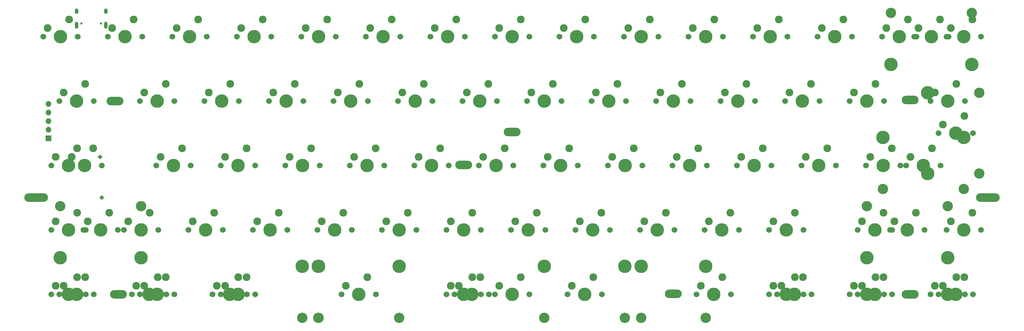
<source format=gbr>
G04 #@! TF.GenerationSoftware,KiCad,Pcbnew,(6.0.7)*
G04 #@! TF.CreationDate,2022-09-06T15:46:34+02:00*
G04 #@! TF.ProjectId,plain60-flex-edition,706c6169-6e36-4302-9d66-6c65782d6564,rev?*
G04 #@! TF.SameCoordinates,Original*
G04 #@! TF.FileFunction,Soldermask,Top*
G04 #@! TF.FilePolarity,Negative*
%FSLAX46Y46*%
G04 Gerber Fmt 4.6, Leading zero omitted, Abs format (unit mm)*
G04 Created by KiCad (PCBNEW (6.0.7)) date 2022-09-06 15:46:34*
%MOMM*%
%LPD*%
G01*
G04 APERTURE LIST*
G04 Aperture macros list*
%AMRotRect*
0 Rectangle, with rotation*
0 The origin of the aperture is its center*
0 $1 length*
0 $2 width*
0 $3 Rotation angle, in degrees counterclockwise*
0 Add horizontal line*
21,1,$1,$2,0,0,$3*%
G04 Aperture macros list end*
%ADD10C,1.701800*%
%ADD11C,3.987800*%
%ADD12C,2.286000*%
%ADD13C,3.048000*%
%ADD14O,7.000000X2.500000*%
%ADD15O,5.000000X2.500000*%
%ADD16RotRect,1.000000X1.000000X45.000000*%
%ADD17R,1.700000X1.700000*%
%ADD18O,1.700000X1.700000*%
%ADD19C,0.650000*%
%ADD20O,1.000000X1.600000*%
%ADD21O,1.000000X2.100000*%
G04 APERTURE END LIST*
D10*
X71120000Y-28575000D03*
X81280000Y-28575000D03*
D11*
X76200000Y-28575000D03*
D12*
X78740000Y-23495000D03*
X72390000Y-26035000D03*
D10*
X90170000Y-28575000D03*
X100330000Y-28575000D03*
D11*
X95250000Y-28575000D03*
D12*
X97790000Y-23495000D03*
X91440000Y-26035000D03*
D10*
X157480000Y-28575000D03*
X147320000Y-28575000D03*
D11*
X152400000Y-28575000D03*
D12*
X154940000Y-23495000D03*
X148590000Y-26035000D03*
D11*
X171450000Y-28575000D03*
D10*
X176530000Y-28575000D03*
X166370000Y-28575000D03*
D12*
X173990000Y-23495000D03*
X167640000Y-26035000D03*
D11*
X38100000Y-28575000D03*
D10*
X33020000Y-28575000D03*
X43180000Y-28575000D03*
D12*
X40640000Y-23495000D03*
X34290000Y-26035000D03*
D10*
X128270000Y-28575000D03*
X138430000Y-28575000D03*
D11*
X133350000Y-28575000D03*
D12*
X135890000Y-23495000D03*
X129540000Y-26035000D03*
D11*
X114300000Y-28575000D03*
D10*
X109220000Y-28575000D03*
X119380000Y-28575000D03*
D12*
X116840000Y-23495000D03*
X110490000Y-26035000D03*
D10*
X52070000Y-28575000D03*
X62230000Y-28575000D03*
D11*
X57150000Y-28575000D03*
D12*
X59690000Y-23495000D03*
X53340000Y-26035000D03*
D11*
X14287500Y-28575000D03*
D10*
X9207500Y-28575000D03*
X19367500Y-28575000D03*
D12*
X16827500Y-23495000D03*
X10477500Y-26035000D03*
D13*
X254762000Y-2540000D03*
D11*
X266700000Y-9525000D03*
D13*
X278638000Y-2540000D03*
D10*
X261620000Y-9525000D03*
D11*
X278638000Y-17780000D03*
X254762000Y-17780000D03*
D10*
X271780000Y-9525000D03*
D12*
X269240000Y-4445000D03*
X262890000Y-6985000D03*
D10*
X147955000Y-9525000D03*
X137795000Y-9525000D03*
D11*
X142875000Y-9525000D03*
D12*
X145415000Y-4445000D03*
X139065000Y-6985000D03*
D10*
X186055000Y-9525000D03*
X175895000Y-9525000D03*
D11*
X180975000Y-9525000D03*
D12*
X183515000Y-4445000D03*
X177165000Y-6985000D03*
D11*
X257175000Y-9525000D03*
D10*
X252095000Y-9525000D03*
X262255000Y-9525000D03*
D12*
X259715000Y-4445000D03*
X253365000Y-6985000D03*
D10*
X80645000Y-9525000D03*
D11*
X85725000Y-9525000D03*
D10*
X90805000Y-9525000D03*
D12*
X88265000Y-4445000D03*
X81915000Y-6985000D03*
D10*
X233045000Y-9525000D03*
D11*
X238125000Y-9525000D03*
D10*
X243205000Y-9525000D03*
D12*
X240665000Y-4445000D03*
X234315000Y-6985000D03*
D11*
X219075000Y-9525000D03*
D10*
X224155000Y-9525000D03*
X213995000Y-9525000D03*
D12*
X221615000Y-4445000D03*
X215265000Y-6985000D03*
D10*
X205105000Y-9525000D03*
D11*
X200025000Y-9525000D03*
D10*
X194945000Y-9525000D03*
D12*
X202565000Y-4445000D03*
X196215000Y-6985000D03*
D10*
X167005000Y-9525000D03*
X156845000Y-9525000D03*
D11*
X161925000Y-9525000D03*
D12*
X164465000Y-4445000D03*
X158115000Y-6985000D03*
D10*
X128905000Y-9525000D03*
D11*
X123825000Y-9525000D03*
D10*
X118745000Y-9525000D03*
D12*
X126365000Y-4445000D03*
X120015000Y-6985000D03*
D11*
X104775000Y-9525000D03*
D10*
X99695000Y-9525000D03*
X109855000Y-9525000D03*
D12*
X107315000Y-4445000D03*
X100965000Y-6985000D03*
D10*
X71755000Y-9525000D03*
D11*
X66675000Y-9525000D03*
D10*
X61595000Y-9525000D03*
D12*
X69215000Y-4445000D03*
X62865000Y-6985000D03*
D10*
X33655000Y-9525000D03*
X23495000Y-9525000D03*
D11*
X28575000Y-9525000D03*
D12*
X31115000Y-4445000D03*
X24765000Y-6985000D03*
D11*
X9525000Y-9525000D03*
D10*
X4445000Y-9525000D03*
X14605000Y-9525000D03*
D12*
X12065000Y-4445000D03*
X5715000Y-6985000D03*
D11*
X47625000Y-9525000D03*
D10*
X42545000Y-9525000D03*
X52705000Y-9525000D03*
D12*
X50165000Y-4445000D03*
X43815000Y-6985000D03*
D10*
X43180000Y-85725000D03*
D11*
X38100000Y-85725000D03*
D10*
X33020000Y-85725000D03*
D12*
X40640000Y-80645000D03*
X34290000Y-83185000D03*
D10*
X197326250Y-85725000D03*
D11*
X202406250Y-85725000D03*
D10*
X207486250Y-85725000D03*
D12*
X204946250Y-80645000D03*
X198596250Y-83185000D03*
D10*
X152717500Y-66675000D03*
X142557500Y-66675000D03*
D11*
X147637500Y-66675000D03*
D12*
X150177500Y-61595000D03*
X143827500Y-64135000D03*
D10*
X244951460Y-66675056D03*
X255111460Y-66675056D03*
D11*
X250031460Y-66675056D03*
D12*
X252571460Y-61595056D03*
X246221460Y-64135056D03*
D10*
X16986250Y-47625000D03*
X6826250Y-47625000D03*
D11*
X11906250Y-47625000D03*
D12*
X14446250Y-42545000D03*
X8096250Y-45085000D03*
D11*
X223837500Y-66675000D03*
D10*
X228917500Y-66675000D03*
X218757500Y-66675000D03*
D12*
X226377500Y-61595000D03*
X220027500Y-64135000D03*
D10*
X171767500Y-66675000D03*
D11*
X166687500Y-66675000D03*
D10*
X161607500Y-66675000D03*
D12*
X169227500Y-61595000D03*
X162877500Y-64135000D03*
D10*
X209867500Y-66675000D03*
D11*
X204787500Y-66675000D03*
D10*
X199707500Y-66675000D03*
D12*
X207327500Y-61595000D03*
X200977500Y-64135000D03*
D10*
X123507500Y-66675000D03*
D11*
X128587500Y-66675000D03*
D10*
X133667500Y-66675000D03*
D12*
X131127500Y-61595000D03*
X124777500Y-64135000D03*
D10*
X190817500Y-66675000D03*
D11*
X185737500Y-66675000D03*
D10*
X180657500Y-66675000D03*
D12*
X188277500Y-61595000D03*
X181927500Y-64135000D03*
D10*
X19367500Y-85725000D03*
X9207500Y-85725000D03*
D11*
X14287500Y-85725000D03*
D12*
X16827500Y-80645000D03*
X10477500Y-83185000D03*
D10*
X6826250Y-66675000D03*
X16986250Y-66675000D03*
D11*
X11906250Y-66675000D03*
D12*
X14446250Y-61595000D03*
X8096250Y-64135000D03*
D11*
X276225000Y-9525000D03*
D10*
X271145000Y-9525000D03*
X281305000Y-9525000D03*
D12*
X278765000Y-4445000D03*
X272415000Y-6985000D03*
D10*
X268763750Y-85725072D03*
X278923750Y-85725072D03*
D11*
X273843750Y-85725072D03*
D12*
X276383750Y-80645072D03*
X270033750Y-83185072D03*
D10*
X255111250Y-85725000D03*
D11*
X250031250Y-85725000D03*
D10*
X244951250Y-85725000D03*
D12*
X252571250Y-80645000D03*
X246221250Y-83185000D03*
D10*
X252730000Y-28575000D03*
X242570000Y-28575000D03*
D11*
X247650000Y-28575000D03*
D12*
X250190000Y-23495000D03*
X243840000Y-26035000D03*
D10*
X47307500Y-66675000D03*
D11*
X52387500Y-66675000D03*
D10*
X57467500Y-66675000D03*
D12*
X54927500Y-61595000D03*
X48577500Y-64135000D03*
D10*
X195580000Y-28575000D03*
D11*
X190500000Y-28575000D03*
D10*
X185420000Y-28575000D03*
D12*
X193040000Y-23495000D03*
X186690000Y-26035000D03*
D10*
X124142500Y-47625000D03*
D11*
X119062500Y-47625000D03*
D10*
X113982500Y-47625000D03*
D12*
X121602500Y-42545000D03*
X115252500Y-45085000D03*
D10*
X66992500Y-47625000D03*
X56832500Y-47625000D03*
D11*
X61912500Y-47625000D03*
D12*
X64452500Y-42545000D03*
X58102500Y-45085000D03*
D10*
X54451250Y-85725000D03*
X64611250Y-85725000D03*
D11*
X59531250Y-85725000D03*
D12*
X62071250Y-80645000D03*
X55721250Y-83185000D03*
D13*
X252380750Y-54610000D03*
D10*
X269398750Y-47625000D03*
D11*
X276256750Y-39370000D03*
D13*
X276256750Y-54610000D03*
D11*
X264318750Y-47625000D03*
D10*
X259238750Y-47625000D03*
D11*
X252380750Y-39370000D03*
D12*
X266858750Y-42545000D03*
X260508750Y-45085000D03*
D10*
X231298750Y-85725000D03*
X221138750Y-85725000D03*
D11*
X226218750Y-85725000D03*
D12*
X228758750Y-80645000D03*
X222408750Y-83185000D03*
D10*
X271145000Y-66675000D03*
D11*
X276225000Y-66675000D03*
D10*
X281305000Y-66675000D03*
D12*
X278765000Y-61595000D03*
X272415000Y-64135000D03*
D10*
X171132500Y-47625000D03*
X181292500Y-47625000D03*
D11*
X176212500Y-47625000D03*
D12*
X178752500Y-42545000D03*
X172402500Y-45085000D03*
D10*
X16986250Y-85725000D03*
D11*
X11906250Y-85725000D03*
D10*
X6826250Y-85725000D03*
D12*
X14446250Y-80645000D03*
X8096250Y-83185000D03*
D11*
X271462500Y-28575000D03*
D10*
X266382500Y-28575000D03*
X276542500Y-28575000D03*
D12*
X274002500Y-23495000D03*
X267652500Y-26035000D03*
D10*
X223520000Y-28575000D03*
X233680000Y-28575000D03*
D11*
X228600000Y-28575000D03*
D12*
X231140000Y-23495000D03*
X224790000Y-26035000D03*
D10*
X56832500Y-85725000D03*
D11*
X61912500Y-85725000D03*
D10*
X66992500Y-85725000D03*
D12*
X64452500Y-80645000D03*
X58102500Y-83185000D03*
D10*
X85407500Y-66675000D03*
X95567500Y-66675000D03*
D11*
X90487500Y-66675000D03*
D12*
X93027500Y-61595000D03*
X86677500Y-64135000D03*
D10*
X86042500Y-47625000D03*
X75882500Y-47625000D03*
D11*
X80962500Y-47625000D03*
D12*
X83502500Y-42545000D03*
X77152500Y-45085000D03*
D11*
X33337500Y-66675000D03*
D10*
X38417500Y-66675000D03*
X28257500Y-66675000D03*
D12*
X35877500Y-61595000D03*
X29527500Y-64135000D03*
D11*
X252412500Y-47625000D03*
D10*
X257492500Y-47625000D03*
X247332500Y-47625000D03*
D12*
X254952500Y-42545000D03*
X248602500Y-45085000D03*
D11*
X157162500Y-47625000D03*
D10*
X162242500Y-47625000D03*
X152082500Y-47625000D03*
D12*
X159702500Y-42545000D03*
X153352500Y-45085000D03*
D10*
X94932500Y-47625000D03*
D11*
X100012500Y-47625000D03*
D10*
X105092500Y-47625000D03*
D12*
X102552500Y-42545000D03*
X96202500Y-45085000D03*
D10*
X47942500Y-47625000D03*
D11*
X42862500Y-47625000D03*
D10*
X37782500Y-47625000D03*
D12*
X45402500Y-42545000D03*
X39052500Y-45085000D03*
D10*
X190182500Y-47625000D03*
D11*
X195262500Y-47625000D03*
D10*
X200342500Y-47625000D03*
D12*
X197802500Y-42545000D03*
X191452500Y-45085000D03*
D13*
X33369250Y-59690000D03*
D11*
X33369250Y-74930000D03*
D13*
X9493250Y-59690000D03*
D10*
X16351250Y-66675000D03*
D11*
X21431250Y-66675000D03*
D10*
X26511250Y-66675000D03*
D11*
X9493250Y-74930000D03*
D12*
X23971250Y-61595000D03*
X17621250Y-64135000D03*
D10*
X228282500Y-47625000D03*
X238442500Y-47625000D03*
D11*
X233362500Y-47625000D03*
D12*
X235902500Y-42545000D03*
X229552500Y-45085000D03*
D11*
X214312500Y-47625000D03*
D10*
X209232500Y-47625000D03*
X219392500Y-47625000D03*
D12*
X216852500Y-42545000D03*
X210502500Y-45085000D03*
D10*
X204470000Y-28575000D03*
D11*
X209550000Y-28575000D03*
D10*
X214630000Y-28575000D03*
D12*
X212090000Y-23495000D03*
X205740000Y-26035000D03*
D10*
X143192500Y-47625000D03*
X133032500Y-47625000D03*
D11*
X138112500Y-47625000D03*
D12*
X140652500Y-42545000D03*
X134302500Y-45085000D03*
D11*
X16668750Y-47625000D03*
D10*
X11588750Y-47625000D03*
X21748750Y-47625000D03*
D12*
X19208750Y-42545000D03*
X12858750Y-45085000D03*
D11*
X109537500Y-66675000D03*
D10*
X114617500Y-66675000D03*
X104457500Y-66675000D03*
D12*
X112077500Y-61595000D03*
X105727500Y-64135000D03*
D10*
X242570000Y-85725000D03*
X252730000Y-85725000D03*
D11*
X247650000Y-85725000D03*
D12*
X250190000Y-80645000D03*
X243840000Y-83185000D03*
D11*
X35718750Y-85725000D03*
D10*
X40798750Y-85725000D03*
X30638750Y-85725000D03*
D12*
X38258750Y-80645000D03*
X31908750Y-83185000D03*
D10*
X66357500Y-66675000D03*
D11*
X71437500Y-66675000D03*
D10*
X76517500Y-66675000D03*
D12*
X73977500Y-61595000D03*
X67627500Y-64135000D03*
D10*
X218757500Y-85725000D03*
X228917500Y-85725000D03*
D11*
X223837500Y-85725000D03*
D12*
X226377500Y-80645000D03*
X220027500Y-83185000D03*
D10*
X276542728Y-85725072D03*
D11*
X271462728Y-85725072D03*
D10*
X266382728Y-85725072D03*
D12*
X274002728Y-80645072D03*
X267652728Y-83185072D03*
D14*
X2381252Y-57125000D03*
X283368988Y-57125000D03*
D11*
X247618468Y-74930000D03*
X271494468Y-74930000D03*
D13*
X271494468Y-59690000D03*
D10*
X264636468Y-66675000D03*
X254476468Y-66675000D03*
D11*
X259556468Y-66675000D03*
D13*
X247618468Y-59690000D03*
D12*
X262096468Y-61595000D03*
X255746468Y-64135000D03*
D13*
X181006750Y-92710000D03*
X80930750Y-92710000D03*
D10*
X136048750Y-85725000D03*
X125888750Y-85725000D03*
D11*
X181006750Y-77470000D03*
X80930750Y-77470000D03*
X130968750Y-85725000D03*
D12*
X133508750Y-80645000D03*
X127158750Y-83185000D03*
D15*
X26625000Y-85725072D03*
X142875000Y-37750000D03*
X260430000Y-85725072D03*
X260425000Y-28227050D03*
X25600000Y-28575024D03*
X128587608Y-47425040D03*
X190500160Y-85525000D03*
D11*
X85693250Y-77470000D03*
D13*
X85693250Y-92710000D03*
X200056750Y-92710000D03*
D10*
X147955000Y-85725000D03*
D11*
X142875000Y-85725000D03*
D10*
X137795000Y-85725000D03*
D11*
X200056750Y-77470000D03*
D12*
X145415000Y-80645000D03*
X139065000Y-83185000D03*
D10*
X268760000Y-38080000D03*
D11*
X273840000Y-38080000D03*
D13*
X280825000Y-26142000D03*
D10*
X278920000Y-38080000D03*
D11*
X265585000Y-26142000D03*
X265585000Y-50018000D03*
D13*
X280825000Y-50018000D03*
D12*
X276380000Y-33000000D03*
X270030000Y-35540000D03*
D16*
X21265000Y-45124750D03*
D10*
X92551250Y-85725000D03*
D11*
X97631250Y-85725000D03*
D10*
X102711250Y-85725000D03*
D12*
X100171250Y-80645000D03*
X93821250Y-83185000D03*
D13*
X152406250Y-92710000D03*
X176206250Y-92710000D03*
D11*
X176206250Y-77470000D03*
X152406250Y-77470000D03*
D10*
X159226250Y-85725000D03*
X169386250Y-85725000D03*
D11*
X164306250Y-85725000D03*
D12*
X166846250Y-80645000D03*
X160496250Y-83185000D03*
D11*
X109531250Y-77470000D03*
X85731250Y-77470000D03*
D13*
X109531250Y-92710000D03*
X85731250Y-92710000D03*
D10*
X123507500Y-85725000D03*
D11*
X128587500Y-85725000D03*
D10*
X133667500Y-85725000D03*
D12*
X131127500Y-80645000D03*
X124777500Y-83185000D03*
D16*
X21700000Y-57110000D03*
D17*
X5960000Y-39590000D03*
D18*
X5960000Y-37050000D03*
X5960000Y-34510000D03*
X5960000Y-31970000D03*
X5960000Y-29430000D03*
D19*
X21469287Y-5640061D03*
X15689287Y-5640061D03*
D20*
X22899287Y-1990061D03*
D21*
X14259287Y-6170061D03*
X22899287Y-6170061D03*
D20*
X14259287Y-1990061D03*
M02*

</source>
